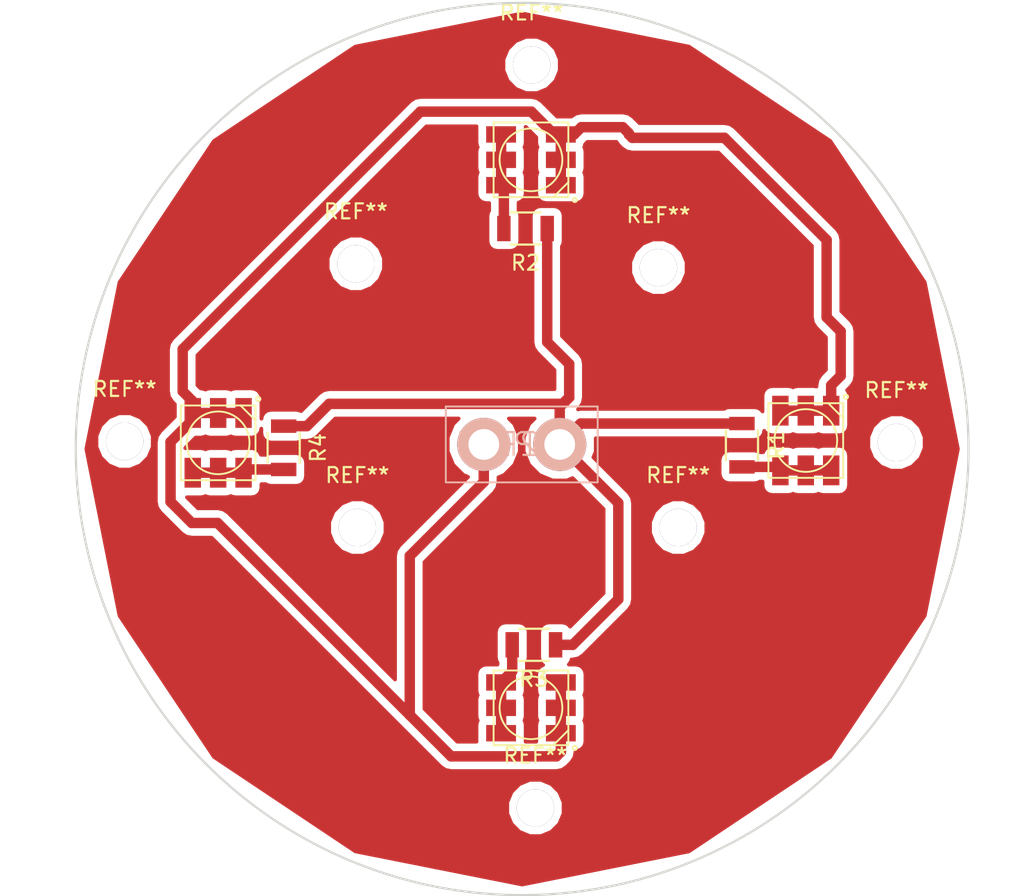
<source format=kicad_pcb>
(kicad_pcb (version 4) (host pcbnew "(2015-11-24 BZR 6329, Git e511afd)-product")

  (general
    (links 28)
    (no_connects 0)
    (area 167.028536 94.81588 235.835784 155.082528)
    (thickness 1.6)
    (drawings 1)
    (tracks 74)
    (zones 0)
    (modules 17)
    (nets 7)
  )

  (page A4)
  (layers
    (0 F.Cu signal)
    (31 B.Cu signal)
    (32 B.Adhes user)
    (33 F.Adhes user)
    (34 B.Paste user)
    (35 F.Paste user)
    (36 B.SilkS user)
    (37 F.SilkS user)
    (38 B.Mask user)
    (39 F.Mask user)
    (40 Dwgs.User user)
    (41 Cmts.User user)
    (42 Eco1.User user)
    (43 Eco2.User user)
    (44 Edge.Cuts user)
    (45 Margin user)
    (46 B.CrtYd user)
    (47 F.CrtYd user)
    (48 B.Fab user)
    (49 F.Fab user)
  )

  (setup
    (last_trace_width 0.25)
    (user_trace_width 0.3)
    (user_trace_width 0.5)
    (user_trace_width 0.7)
    (user_trace_width 0.9)
    (trace_clearance 0.2)
    (zone_clearance 0.508)
    (zone_45_only no)
    (trace_min 0.2)
    (segment_width 0.2)
    (edge_width 0.15)
    (via_size 0.6)
    (via_drill 0.4)
    (via_min_size 0.4)
    (via_min_drill 0.3)
    (user_via 1 0.6)
    (user_via 1.2 0.8)
    (uvia_size 0.3)
    (uvia_drill 0.1)
    (uvias_allowed no)
    (uvia_min_size 0.2)
    (uvia_min_drill 0.1)
    (pcb_text_width 0.3)
    (pcb_text_size 1.5 1.5)
    (mod_edge_width 0.15)
    (mod_text_size 1 1)
    (mod_text_width 0.15)
    (pad_size 1.524 1.524)
    (pad_drill 0.762)
    (pad_to_mask_clearance 0.2)
    (aux_axis_origin 0 0)
    (visible_elements FFFFEF7F)
    (pcbplotparams
      (layerselection 0x00080_00000000)
      (usegerberextensions false)
      (excludeedgelayer false)
      (linewidth 0.100000)
      (plotframeref false)
      (viasonmask false)
      (mode 1)
      (useauxorigin false)
      (hpglpennumber 1)
      (hpglpenspeed 20)
      (hpglpendiameter 15)
      (hpglpenoverlay 2)
      (psnegative true)
      (psa4output false)
      (plotreference true)
      (plotvalue true)
      (plotinvisibletext false)
      (padsonsilk false)
      (subtractmaskfromsilk false)
      (outputformat 4)
      (mirror false)
      (drillshape 2)
      (scaleselection 1)
      (outputdirectory ""))
  )

  (net 0 "")
  (net 1 GND)
  (net 2 +BATT)
  (net 3 "Net-(R1-Pad2)")
  (net 4 "Net-(R2-Pad2)")
  (net 5 "Net-(R3-Pad2)")
  (net 6 "Net-(R4-Pad2)")

  (net_class Default "This is the default net class."
    (clearance 0.2)
    (trace_width 0.25)
    (via_dia 0.6)
    (via_drill 0.4)
    (uvia_dia 0.3)
    (uvia_drill 0.1)
    (add_net +BATT)
    (add_net GND)
    (add_net "Net-(R1-Pad2)")
    (add_net "Net-(R2-Pad2)")
    (add_net "Net-(R3-Pad2)")
    (add_net "Net-(R4-Pad2)")
  )

  (module SparkFun:SparkFun-1X02_XTRA_BIG (layer B.Cu) (tedit 200000) (tstamp 5697104C)
    (at 202.0824 124.841)
    (path /56971DEE)
    (attr virtual)
    (fp_text reference JP1 (at 0 0) (layer B.SilkS)
      (effects (font (thickness 0.15)) (justify mirror))
    )
    (fp_text value M02PTH (at 0 0) (layer B.SilkS)
      (effects (font (thickness 0.15)) (justify mirror))
    )
    (fp_line (start -5.08 2.54) (end -5.08 -2.54) (layer B.SilkS) (width 0.127))
    (fp_line (start -5.08 -2.54) (end 5.08 -2.54) (layer B.SilkS) (width 0.127))
    (fp_line (start 5.08 -2.54) (end 5.08 2.54) (layer B.SilkS) (width 0.127))
    (fp_line (start 5.08 2.54) (end -5.08 2.54) (layer B.SilkS) (width 0.127))
    (pad 1 thru_hole circle (at -2.54 0) (size 3.556 3.556) (drill 2.0574) (layers *.Cu B.Paste B.SilkS B.Mask)
      (net 1 GND))
    (pad 2 thru_hole circle (at 2.54 0) (size 3.556 3.556) (drill 2.0574) (layers *.Cu B.Paste B.SilkS B.Mask)
      (net 2 +BATT))
  )

  (module adafruit2:RGBLED5050 (layer F.Cu) (tedit 0) (tstamp 5697106E)
    (at 221.08414 124.57938 90)
    (path /56970D59)
    (fp_text reference U1 (at 0.84074 -2.26314 90) (layer Eco1.User)
      (effects (font (size 1.27 1.27) (thickness 0.1016)))
    )
    (fp_text value RGBLED5050_RGBLED5050 (at 1.81102 4.73456 90) (layer Eco1.User)
      (effects (font (size 1.27 1.27) (thickness 0.1016)))
    )
    (fp_line (start -2.49936 -2.49936) (end 2.49936 -2.49936) (layer F.SilkS) (width 0.127))
    (fp_line (start 2.49936 -2.49936) (end 2.49936 1.4986) (layer F.SilkS) (width 0.127))
    (fp_line (start 2.49936 1.4986) (end 2.49936 2.49936) (layer F.SilkS) (width 0.127))
    (fp_line (start 2.49936 2.49936) (end 1.4986 2.49936) (layer F.SilkS) (width 0.127))
    (fp_line (start 1.4986 2.49936) (end -2.49936 2.49936) (layer F.SilkS) (width 0.127))
    (fp_line (start -2.49936 2.49936) (end -2.49936 -2.49936) (layer F.SilkS) (width 0.127))
    (fp_line (start 1.4986 2.49936) (end 2.49936 1.4986) (layer F.SilkS) (width 0.127))
    (fp_circle (center 2.9337 2.68732) (end 3.0734 2.68732) (layer F.SilkS) (width 0.127))
    (fp_circle (center 0 0) (end 2.09804 0) (layer F.SilkS) (width 0.127))
    (pad 1 smd rect (at -1.99898 -1.69926 90) (size 1.99898 1.09982) (layers F.Cu F.Paste F.Mask)
      (net 3 "Net-(R1-Pad2)"))
    (pad 2 smd rect (at -1.99898 0 90) (size 1.99898 1.09982) (layers F.Cu F.Paste F.Mask)
      (net 3 "Net-(R1-Pad2)"))
    (pad 3 smd rect (at -1.99898 1.69926 90) (size 1.99898 1.09982) (layers F.Cu F.Paste F.Mask)
      (net 3 "Net-(R1-Pad2)"))
    (pad 4 smd rect (at 1.99898 1.69926 90) (size 1.99898 1.09982) (layers F.Cu F.Paste F.Mask)
      (net 1 GND))
    (pad 5 smd rect (at 1.99898 0 90) (size 1.99898 1.09982) (layers F.Cu F.Paste F.Mask)
      (net 1 GND))
    (pad 6 smd rect (at 1.99898 -1.69926 90) (size 1.99898 1.09982) (layers F.Cu F.Paste F.Mask)
      (net 1 GND))
  )

  (module adafruit2:RGBLED5050 (layer F.Cu) (tedit 0) (tstamp 56971078)
    (at 202.69962 105.791)
    (path /56970EC7)
    (fp_text reference U2 (at 0.84074 -2.26314) (layer Eco1.User)
      (effects (font (size 1.27 1.27) (thickness 0.1016)))
    )
    (fp_text value RGBLED5050_RGBLED5050 (at 1.81102 4.73456) (layer Eco1.User)
      (effects (font (size 1.27 1.27) (thickness 0.1016)))
    )
    (fp_line (start -2.49936 -2.49936) (end 2.49936 -2.49936) (layer F.SilkS) (width 0.127))
    (fp_line (start 2.49936 -2.49936) (end 2.49936 1.4986) (layer F.SilkS) (width 0.127))
    (fp_line (start 2.49936 1.4986) (end 2.49936 2.49936) (layer F.SilkS) (width 0.127))
    (fp_line (start 2.49936 2.49936) (end 1.4986 2.49936) (layer F.SilkS) (width 0.127))
    (fp_line (start 1.4986 2.49936) (end -2.49936 2.49936) (layer F.SilkS) (width 0.127))
    (fp_line (start -2.49936 2.49936) (end -2.49936 -2.49936) (layer F.SilkS) (width 0.127))
    (fp_line (start 1.4986 2.49936) (end 2.49936 1.4986) (layer F.SilkS) (width 0.127))
    (fp_circle (center 2.9337 2.68732) (end 3.0734 2.68732) (layer F.SilkS) (width 0.127))
    (fp_circle (center 0 0) (end 2.09804 0) (layer F.SilkS) (width 0.127))
    (pad 1 smd rect (at -1.99898 -1.69926) (size 1.99898 1.09982) (layers F.Cu F.Paste F.Mask)
      (net 4 "Net-(R2-Pad2)"))
    (pad 2 smd rect (at -1.99898 0) (size 1.99898 1.09982) (layers F.Cu F.Paste F.Mask)
      (net 4 "Net-(R2-Pad2)"))
    (pad 3 smd rect (at -1.99898 1.69926) (size 1.99898 1.09982) (layers F.Cu F.Paste F.Mask)
      (net 4 "Net-(R2-Pad2)"))
    (pad 4 smd rect (at 1.99898 1.69926) (size 1.99898 1.09982) (layers F.Cu F.Paste F.Mask)
      (net 1 GND))
    (pad 5 smd rect (at 1.99898 0) (size 1.99898 1.09982) (layers F.Cu F.Paste F.Mask)
      (net 1 GND))
    (pad 6 smd rect (at 1.99898 -1.69926) (size 1.99898 1.09982) (layers F.Cu F.Paste F.Mask)
      (net 1 GND))
  )

  (module adafruit2:RGBLED5050 (layer F.Cu) (tedit 0) (tstamp 56971082)
    (at 202.69962 142.47114)
    (path /56971135)
    (fp_text reference U3 (at 0.84074 -2.26314) (layer Eco1.User)
      (effects (font (size 1.27 1.27) (thickness 0.1016)))
    )
    (fp_text value RGBLED5050_RGBLED5050 (at 1.81102 4.73456) (layer Eco1.User)
      (effects (font (size 1.27 1.27) (thickness 0.1016)))
    )
    (fp_line (start -2.49936 -2.49936) (end 2.49936 -2.49936) (layer F.SilkS) (width 0.127))
    (fp_line (start 2.49936 -2.49936) (end 2.49936 1.4986) (layer F.SilkS) (width 0.127))
    (fp_line (start 2.49936 1.4986) (end 2.49936 2.49936) (layer F.SilkS) (width 0.127))
    (fp_line (start 2.49936 2.49936) (end 1.4986 2.49936) (layer F.SilkS) (width 0.127))
    (fp_line (start 1.4986 2.49936) (end -2.49936 2.49936) (layer F.SilkS) (width 0.127))
    (fp_line (start -2.49936 2.49936) (end -2.49936 -2.49936) (layer F.SilkS) (width 0.127))
    (fp_line (start 1.4986 2.49936) (end 2.49936 1.4986) (layer F.SilkS) (width 0.127))
    (fp_circle (center 2.9337 2.68732) (end 3.0734 2.68732) (layer F.SilkS) (width 0.127))
    (fp_circle (center 0 0) (end 2.09804 0) (layer F.SilkS) (width 0.127))
    (pad 1 smd rect (at -1.99898 -1.69926) (size 1.99898 1.09982) (layers F.Cu F.Paste F.Mask)
      (net 5 "Net-(R3-Pad2)"))
    (pad 2 smd rect (at -1.99898 0) (size 1.99898 1.09982) (layers F.Cu F.Paste F.Mask)
      (net 5 "Net-(R3-Pad2)"))
    (pad 3 smd rect (at -1.99898 1.69926) (size 1.99898 1.09982) (layers F.Cu F.Paste F.Mask)
      (net 5 "Net-(R3-Pad2)"))
    (pad 4 smd rect (at 1.99898 1.69926) (size 1.99898 1.09982) (layers F.Cu F.Paste F.Mask)
      (net 1 GND))
    (pad 5 smd rect (at 1.99898 0) (size 1.99898 1.09982) (layers F.Cu F.Paste F.Mask)
      (net 1 GND))
    (pad 6 smd rect (at 1.99898 -1.69926) (size 1.99898 1.09982) (layers F.Cu F.Paste F.Mask)
      (net 1 GND))
  )

  (module adafruit2:RGBLED5050 (layer F.Cu) (tedit 0) (tstamp 5697108C)
    (at 181.772716 124.734088 90)
    (path /569717B9)
    (fp_text reference U4 (at 0.84074 -2.26314 90) (layer Eco1.User)
      (effects (font (size 1.27 1.27) (thickness 0.1016)))
    )
    (fp_text value RGBLED5050_RGBLED5050 (at 1.81102 4.73456 90) (layer Eco1.User)
      (effects (font (size 1.27 1.27) (thickness 0.1016)))
    )
    (fp_line (start -2.49936 -2.49936) (end 2.49936 -2.49936) (layer F.SilkS) (width 0.127))
    (fp_line (start 2.49936 -2.49936) (end 2.49936 1.4986) (layer F.SilkS) (width 0.127))
    (fp_line (start 2.49936 1.4986) (end 2.49936 2.49936) (layer F.SilkS) (width 0.127))
    (fp_line (start 2.49936 2.49936) (end 1.4986 2.49936) (layer F.SilkS) (width 0.127))
    (fp_line (start 1.4986 2.49936) (end -2.49936 2.49936) (layer F.SilkS) (width 0.127))
    (fp_line (start -2.49936 2.49936) (end -2.49936 -2.49936) (layer F.SilkS) (width 0.127))
    (fp_line (start 1.4986 2.49936) (end 2.49936 1.4986) (layer F.SilkS) (width 0.127))
    (fp_circle (center 2.9337 2.68732) (end 3.0734 2.68732) (layer F.SilkS) (width 0.127))
    (fp_circle (center 0 0) (end 2.09804 0) (layer F.SilkS) (width 0.127))
    (pad 1 smd rect (at -1.99898 -1.69926 90) (size 1.99898 1.09982) (layers F.Cu F.Paste F.Mask)
      (net 6 "Net-(R4-Pad2)"))
    (pad 2 smd rect (at -1.99898 0 90) (size 1.99898 1.09982) (layers F.Cu F.Paste F.Mask)
      (net 6 "Net-(R4-Pad2)"))
    (pad 3 smd rect (at -1.99898 1.69926 90) (size 1.99898 1.09982) (layers F.Cu F.Paste F.Mask)
      (net 6 "Net-(R4-Pad2)"))
    (pad 4 smd rect (at 1.99898 1.69926 90) (size 1.99898 1.09982) (layers F.Cu F.Paste F.Mask)
      (net 1 GND))
    (pad 5 smd rect (at 1.99898 0 90) (size 1.99898 1.09982) (layers F.Cu F.Paste F.Mask)
      (net 1 GND))
    (pad 6 smd rect (at 1.99898 -1.69926 90) (size 1.99898 1.09982) (layers F.Cu F.Paste F.Mask)
      (net 1 GND))
  )

  (module Mounting_Holes:MountingHole_2-5mm (layer F.Cu) (tedit 0) (tstamp 569712E4)
    (at 211.2264 113.0046)
    (descr "Mounting hole, Befestigungsbohrung, 2,5mm, No Annular, Kein Restring,")
    (tags "Mounting hole, Befestigungsbohrung, 2,5mm, No Annular, Kein Restring,")
    (fp_text reference REF** (at 0 -3.50012) (layer F.SilkS)
      (effects (font (size 1 1) (thickness 0.15)))
    )
    (fp_text value MountingHole_2-5mm (at 0.09906 3.59918) (layer F.Fab)
      (effects (font (size 1 1) (thickness 0.15)))
    )
    (fp_circle (center 0 0) (end 2.5 0) (layer Cmts.User) (width 0.381))
    (pad 1 thru_hole circle (at 0 0) (size 2.5 2.5) (drill 2.5) (layers))
  )

  (module Mounting_Holes:MountingHole_2-5mm (layer F.Cu) (tedit 0) (tstamp 569712EA)
    (at 212.5472 130.4036)
    (descr "Mounting hole, Befestigungsbohrung, 2,5mm, No Annular, Kein Restring,")
    (tags "Mounting hole, Befestigungsbohrung, 2,5mm, No Annular, Kein Restring,")
    (fp_text reference REF** (at 0 -3.50012) (layer F.SilkS)
      (effects (font (size 1 1) (thickness 0.15)))
    )
    (fp_text value MountingHole_2-5mm (at 0.09906 3.59918) (layer F.Fab)
      (effects (font (size 1 1) (thickness 0.15)))
    )
    (fp_circle (center 0 0) (end 2.5 0) (layer Cmts.User) (width 0.381))
    (pad 1 thru_hole circle (at 0 0) (size 2.5 2.5) (drill 2.5) (layers))
  )

  (module Mounting_Holes:MountingHole_2-5mm (layer F.Cu) (tedit 0) (tstamp 569712F0)
    (at 191.0842 130.4036)
    (descr "Mounting hole, Befestigungsbohrung, 2,5mm, No Annular, Kein Restring,")
    (tags "Mounting hole, Befestigungsbohrung, 2,5mm, No Annular, Kein Restring,")
    (fp_text reference REF** (at 0 -3.50012) (layer F.SilkS)
      (effects (font (size 1 1) (thickness 0.15)))
    )
    (fp_text value MountingHole_2-5mm (at 0.09906 3.59918) (layer F.Fab)
      (effects (font (size 1 1) (thickness 0.15)))
    )
    (fp_circle (center 0 0) (end 2.5 0) (layer Cmts.User) (width 0.381))
    (pad 1 thru_hole circle (at 0 0) (size 2.5 2.5) (drill 2.5) (layers))
  )

  (module Mounting_Holes:MountingHole_2-5mm (layer F.Cu) (tedit 0) (tstamp 569712F6)
    (at 190.9826 112.7506)
    (descr "Mounting hole, Befestigungsbohrung, 2,5mm, No Annular, Kein Restring,")
    (tags "Mounting hole, Befestigungsbohrung, 2,5mm, No Annular, Kein Restring,")
    (fp_text reference REF** (at 0 -3.50012) (layer F.SilkS)
      (effects (font (size 1 1) (thickness 0.15)))
    )
    (fp_text value MountingHole_2-5mm (at 0.09906 3.59918) (layer F.Fab)
      (effects (font (size 1 1) (thickness 0.15)))
    )
    (fp_circle (center 0 0) (end 2.5 0) (layer Cmts.User) (width 0.381))
    (pad 1 thru_hole circle (at 0 0) (size 2.5 2.5) (drill 2.5) (layers))
  )

  (module Mounting_Holes:MountingHole_2-5mm (layer F.Cu) (tedit 0) (tstamp 56971351)
    (at 227.1522 124.714)
    (descr "Mounting hole, Befestigungsbohrung, 2,5mm, No Annular, Kein Restring,")
    (tags "Mounting hole, Befestigungsbohrung, 2,5mm, No Annular, Kein Restring,")
    (fp_text reference REF** (at 0 -3.50012) (layer F.SilkS)
      (effects (font (size 1 1) (thickness 0.15)))
    )
    (fp_text value MountingHole_2-5mm (at 0.09906 3.59918) (layer F.Fab)
      (effects (font (size 1 1) (thickness 0.15)))
    )
    (fp_circle (center 0 0) (end 2.5 0) (layer Cmts.User) (width 0.381))
    (pad 1 thru_hole circle (at 0 0) (size 2.5 2.5) (drill 2.5) (layers))
  )

  (module Mounting_Holes:MountingHole_2-5mm (layer F.Cu) (tedit 0) (tstamp 56971357)
    (at 175.514 124.6378)
    (descr "Mounting hole, Befestigungsbohrung, 2,5mm, No Annular, Kein Restring,")
    (tags "Mounting hole, Befestigungsbohrung, 2,5mm, No Annular, Kein Restring,")
    (fp_text reference REF** (at 0 -3.50012) (layer F.SilkS)
      (effects (font (size 1 1) (thickness 0.15)))
    )
    (fp_text value MountingHole_2-5mm (at 0.09906 3.59918) (layer F.Fab)
      (effects (font (size 1 1) (thickness 0.15)))
    )
    (fp_circle (center 0 0) (end 2.5 0) (layer Cmts.User) (width 0.381))
    (pad 1 thru_hole circle (at 0 0) (size 2.5 2.5) (drill 2.5) (layers))
  )

  (module Mounting_Holes:MountingHole_2-5mm (layer F.Cu) (tedit 0) (tstamp 5697135D)
    (at 202.7428 99.441)
    (descr "Mounting hole, Befestigungsbohrung, 2,5mm, No Annular, Kein Restring,")
    (tags "Mounting hole, Befestigungsbohrung, 2,5mm, No Annular, Kein Restring,")
    (fp_text reference REF** (at 0 -3.50012) (layer F.SilkS)
      (effects (font (size 1 1) (thickness 0.15)))
    )
    (fp_text value MountingHole_2-5mm (at 0.09906 3.59918) (layer F.Fab)
      (effects (font (size 1 1) (thickness 0.15)))
    )
    (fp_circle (center 0 0) (end 2.5 0) (layer Cmts.User) (width 0.381))
    (pad 1 thru_hole circle (at 0 0) (size 2.5 2.5) (drill 2.5) (layers))
  )

  (module Mounting_Holes:MountingHole_2-5mm (layer F.Cu) (tedit 0) (tstamp 56971363)
    (at 202.9968 149.1742)
    (descr "Mounting hole, Befestigungsbohrung, 2,5mm, No Annular, Kein Restring,")
    (tags "Mounting hole, Befestigungsbohrung, 2,5mm, No Annular, Kein Restring,")
    (fp_text reference REF** (at 0 -3.50012) (layer F.SilkS)
      (effects (font (size 1 1) (thickness 0.15)))
    )
    (fp_text value MountingHole_2-5mm (at 0.09906 3.59918) (layer F.Fab)
      (effects (font (size 1 1) (thickness 0.15)))
    )
    (fp_circle (center 0 0) (end 2.5 0) (layer Cmts.User) (width 0.381))
    (pad 1 thru_hole circle (at 0 0) (size 2.5 2.5) (drill 2.5) (layers))
  )

  (module Resistors_SMD:R_1206 (layer F.Cu) (tedit 5415CFA7) (tstamp 56971052)
    (at 216.8144 124.894 270)
    (descr "Resistor SMD 1206, reflow soldering, Vishay (see dcrcw.pdf)")
    (tags "resistor 1206")
    (path /56970DB0)
    (attr smd)
    (fp_text reference R1 (at 0 -2.3 270) (layer F.SilkS)
      (effects (font (size 1 1) (thickness 0.15)))
    )
    (fp_text value 150 (at 0 2.3 270) (layer F.Fab)
      (effects (font (size 1 1) (thickness 0.15)))
    )
    (fp_line (start -2.2 -1.2) (end 2.2 -1.2) (layer F.CrtYd) (width 0.05))
    (fp_line (start -2.2 1.2) (end 2.2 1.2) (layer F.CrtYd) (width 0.05))
    (fp_line (start -2.2 -1.2) (end -2.2 1.2) (layer F.CrtYd) (width 0.05))
    (fp_line (start 2.2 -1.2) (end 2.2 1.2) (layer F.CrtYd) (width 0.05))
    (fp_line (start 1 1.075) (end -1 1.075) (layer F.SilkS) (width 0.15))
    (fp_line (start -1 -1.075) (end 1 -1.075) (layer F.SilkS) (width 0.15))
    (pad 1 smd rect (at -1.45 0 270) (size 0.9 1.7) (layers F.Cu F.Paste F.Mask)
      (net 2 +BATT))
    (pad 2 smd rect (at 1.45 0 270) (size 0.9 1.7) (layers F.Cu F.Paste F.Mask)
      (net 3 "Net-(R1-Pad2)"))
    (model Resistors_SMD.3dshapes/R_1206.wrl
      (at (xyz 0 0 0))
      (scale (xyz 1 1 1))
      (rotate (xyz 0 0 0))
    )
  )

  (module Resistors_SMD:R_1206 (layer F.Cu) (tedit 5415CFA7) (tstamp 56971058)
    (at 202.3364 110.3884 180)
    (descr "Resistor SMD 1206, reflow soldering, Vishay (see dcrcw.pdf)")
    (tags "resistor 1206")
    (path /56970FAF)
    (attr smd)
    (fp_text reference R2 (at 0 -2.3 180) (layer F.SilkS)
      (effects (font (size 1 1) (thickness 0.15)))
    )
    (fp_text value 150 (at 0 2.3 180) (layer F.Fab)
      (effects (font (size 1 1) (thickness 0.15)))
    )
    (fp_line (start -2.2 -1.2) (end 2.2 -1.2) (layer F.CrtYd) (width 0.05))
    (fp_line (start -2.2 1.2) (end 2.2 1.2) (layer F.CrtYd) (width 0.05))
    (fp_line (start -2.2 -1.2) (end -2.2 1.2) (layer F.CrtYd) (width 0.05))
    (fp_line (start 2.2 -1.2) (end 2.2 1.2) (layer F.CrtYd) (width 0.05))
    (fp_line (start 1 1.075) (end -1 1.075) (layer F.SilkS) (width 0.15))
    (fp_line (start -1 -1.075) (end 1 -1.075) (layer F.SilkS) (width 0.15))
    (pad 1 smd rect (at -1.45 0 180) (size 0.9 1.7) (layers F.Cu F.Paste F.Mask)
      (net 2 +BATT))
    (pad 2 smd rect (at 1.45 0 180) (size 0.9 1.7) (layers F.Cu F.Paste F.Mask)
      (net 4 "Net-(R2-Pad2)"))
    (model Resistors_SMD.3dshapes/R_1206.wrl
      (at (xyz 0 0 0))
      (scale (xyz 1 1 1))
      (rotate (xyz 0 0 0))
    )
  )

  (module Resistors_SMD:R_1206 (layer F.Cu) (tedit 5415CFA7) (tstamp 5697105E)
    (at 202.8952 138.2522 180)
    (descr "Resistor SMD 1206, reflow soldering, Vishay (see dcrcw.pdf)")
    (tags "resistor 1206")
    (path /5697121A)
    (attr smd)
    (fp_text reference R3 (at 0 -2.3 180) (layer F.SilkS)
      (effects (font (size 1 1) (thickness 0.15)))
    )
    (fp_text value 150 (at 0 2.3 180) (layer F.Fab)
      (effects (font (size 1 1) (thickness 0.15)))
    )
    (fp_line (start -2.2 -1.2) (end 2.2 -1.2) (layer F.CrtYd) (width 0.05))
    (fp_line (start -2.2 1.2) (end 2.2 1.2) (layer F.CrtYd) (width 0.05))
    (fp_line (start -2.2 -1.2) (end -2.2 1.2) (layer F.CrtYd) (width 0.05))
    (fp_line (start 2.2 -1.2) (end 2.2 1.2) (layer F.CrtYd) (width 0.05))
    (fp_line (start 1 1.075) (end -1 1.075) (layer F.SilkS) (width 0.15))
    (fp_line (start -1 -1.075) (end 1 -1.075) (layer F.SilkS) (width 0.15))
    (pad 1 smd rect (at -1.45 0 180) (size 0.9 1.7) (layers F.Cu F.Paste F.Mask)
      (net 2 +BATT))
    (pad 2 smd rect (at 1.45 0 180) (size 0.9 1.7) (layers F.Cu F.Paste F.Mask)
      (net 5 "Net-(R3-Pad2)"))
    (model Resistors_SMD.3dshapes/R_1206.wrl
      (at (xyz 0 0 0))
      (scale (xyz 1 1 1))
      (rotate (xyz 0 0 0))
    )
  )

  (module Resistors_SMD:R_1206 (layer F.Cu) (tedit 5415CFA7) (tstamp 56971064)
    (at 186.1566 125.0674 270)
    (descr "Resistor SMD 1206, reflow soldering, Vishay (see dcrcw.pdf)")
    (tags "resistor 1206")
    (path /5697197C)
    (attr smd)
    (fp_text reference R4 (at 0 -2.3 270) (layer F.SilkS)
      (effects (font (size 1 1) (thickness 0.15)))
    )
    (fp_text value 150 (at 0 2.3 270) (layer F.Fab)
      (effects (font (size 1 1) (thickness 0.15)))
    )
    (fp_line (start -2.2 -1.2) (end 2.2 -1.2) (layer F.CrtYd) (width 0.05))
    (fp_line (start -2.2 1.2) (end 2.2 1.2) (layer F.CrtYd) (width 0.05))
    (fp_line (start -2.2 -1.2) (end -2.2 1.2) (layer F.CrtYd) (width 0.05))
    (fp_line (start 2.2 -1.2) (end 2.2 1.2) (layer F.CrtYd) (width 0.05))
    (fp_line (start 1 1.075) (end -1 1.075) (layer F.SilkS) (width 0.15))
    (fp_line (start -1 -1.075) (end 1 -1.075) (layer F.SilkS) (width 0.15))
    (pad 1 smd rect (at -1.45 0 270) (size 0.9 1.7) (layers F.Cu F.Paste F.Mask)
      (net 2 +BATT))
    (pad 2 smd rect (at 1.45 0 270) (size 0.9 1.7) (layers F.Cu F.Paste F.Mask)
      (net 6 "Net-(R4-Pad2)"))
    (model Resistors_SMD.3dshapes/R_1206.wrl
      (at (xyz 0 0 0))
      (scale (xyz 1 1 1))
      (rotate (xyz 0 0 0))
    )
  )

  (gr_circle (center 202.1078 125.1458) (end 207.264 95.7326) (layer Edge.Cuts) (width 0.15))

  (segment (start 197.358 145.7198) (end 194.5894 142.9512) (width 0.7) (layer F.Cu) (net 1))
  (segment (start 194.5894 142.9512) (end 181.737 130.0988) (width 0.7) (layer F.Cu) (net 1))
  (segment (start 199.5424 124.841) (end 199.5424 127.355471) (width 0.7) (layer F.Cu) (net 1))
  (segment (start 199.5424 127.355471) (end 194.5894 132.308471) (width 0.7) (layer F.Cu) (net 1))
  (segment (start 194.5894 132.308471) (end 194.5894 142.9512) (width 0.7) (layer F.Cu) (net 1))
  (segment (start 178.5874 128.6764) (end 178.5874 124.670744) (width 0.7) (layer F.Cu) (net 1))
  (segment (start 178.5874 124.670744) (end 180.073456 123.184688) (width 0.7) (layer F.Cu) (net 1))
  (segment (start 180.073456 123.184688) (end 180.073456 122.735108) (width 0.7) (layer F.Cu) (net 1))
  (segment (start 180.0098 130.0988) (end 178.5874 128.6764) (width 0.7) (layer F.Cu) (net 1))
  (segment (start 181.737 130.0988) (end 180.0098 130.0988) (width 0.7) (layer F.Cu) (net 1))
  (segment (start 204.39911 145.7198) (end 197.358 145.7198) (width 0.7) (layer F.Cu) (net 1))
  (segment (start 204.6986 144.1704) (end 204.6986 145.42031) (width 0.7) (layer F.Cu) (net 1))
  (segment (start 204.6986 145.42031) (end 204.39911 145.7198) (width 0.7) (layer F.Cu) (net 1))
  (segment (start 202.72248 102.5652) (end 195.3006 102.5652) (width 0.7) (layer F.Cu) (net 1))
  (segment (start 195.3006 102.5652) (end 179.4002 118.4656) (width 0.7) (layer F.Cu) (net 1))
  (segment (start 204.6986 104.09174) (end 204.24902 104.09174) (width 0.7) (layer F.Cu) (net 1))
  (segment (start 204.24902 104.09174) (end 202.72248 102.5652) (width 0.7) (layer F.Cu) (net 1))
  (segment (start 206.0702 103.6066) (end 205.58506 104.09174) (width 0.7) (layer F.Cu) (net 1))
  (segment (start 205.58506 104.09174) (end 204.6986 104.09174) (width 0.7) (layer F.Cu) (net 1))
  (segment (start 208.8388 103.6066) (end 206.0702 103.6066) (width 0.7) (layer F.Cu) (net 1))
  (segment (start 209.24774 104.01554) (end 208.8388 103.6066) (width 0.7) (layer F.Cu) (net 1))
  (segment (start 209.4738 104.3178) (end 209.24774 104.09174) (width 0.7) (layer F.Cu) (net 1))
  (segment (start 209.24774 104.09174) (end 209.24774 104.01554) (width 0.7) (layer F.Cu) (net 1))
  (segment (start 215.646 104.3178) (end 209.4738 104.3178) (width 0.7) (layer F.Cu) (net 1))
  (segment (start 222.4786 111.1504) (end 215.646 104.3178) (width 0.7) (layer F.Cu) (net 1))
  (segment (start 222.4786 116.332) (end 222.4786 111.1504) (width 0.7) (layer F.Cu) (net 1))
  (segment (start 223.4184 117.2718) (end 222.4786 116.332) (width 0.7) (layer F.Cu) (net 1))
  (segment (start 223.4184 120.24591) (end 223.4184 117.2718) (width 0.7) (layer F.Cu) (net 1))
  (segment (start 222.7834 122.5804) (end 222.7834 120.88091) (width 0.7) (layer F.Cu) (net 1))
  (segment (start 222.7834 120.88091) (end 223.4184 120.24591) (width 0.7) (layer F.Cu) (net 1))
  (segment (start 179.4002 118.4656) (end 179.4002 121.285) (width 0.7) (layer F.Cu) (net 1))
  (segment (start 179.4002 121.285) (end 180.073456 121.958256) (width 0.7) (layer F.Cu) (net 1))
  (segment (start 180.073456 121.958256) (end 180.073456 122.735108) (width 0.7) (layer F.Cu) (net 1))
  (segment (start 204.6986 144.1704) (end 204.6986 142.47114) (width 0.7) (layer F.Cu) (net 1))
  (segment (start 204.6986 140.77188) (end 204.6986 142.47114) (width 0.7) (layer F.Cu) (net 1))
  (segment (start 222.7834 122.5804) (end 221.08414 122.5804) (width 0.7) (layer F.Cu) (net 1))
  (segment (start 219.38488 122.5804) (end 221.08414 122.5804) (width 0.7) (layer F.Cu) (net 1))
  (segment (start 204.6986 105.791) (end 204.6986 104.09174) (width 0.7) (layer F.Cu) (net 1))
  (segment (start 204.6986 107.49026) (end 204.6986 105.791) (width 0.7) (layer F.Cu) (net 1))
  (segment (start 180.073456 122.735108) (end 181.772716 122.735108) (width 0.7) (layer F.Cu) (net 1))
  (segment (start 183.471976 122.735108) (end 181.772716 122.735108) (width 0.7) (layer F.Cu) (net 1))
  (segment (start 189.2008 122.1232) (end 204.825729 122.1232) (width 0.7) (layer F.Cu) (net 2))
  (segment (start 204.825729 122.1232) (end 205.2574 121.691529) (width 0.7) (layer F.Cu) (net 2))
  (segment (start 186.1566 123.6174) (end 187.7066 123.6174) (width 0.7) (layer F.Cu) (net 2))
  (segment (start 187.7066 123.6174) (end 189.2008 122.1232) (width 0.7) (layer F.Cu) (net 2))
  (segment (start 216.8144 123.444) (end 206.0194 123.444) (width 0.7) (layer F.Cu) (net 2))
  (segment (start 206.0194 123.444) (end 204.6224 124.841) (width 0.7) (layer F.Cu) (net 2))
  (segment (start 204.3452 138.2522) (end 205.4952 138.2522) (width 0.7) (layer F.Cu) (net 2))
  (segment (start 205.4952 138.2522) (end 208.542889 135.204511) (width 0.7) (layer F.Cu) (net 2))
  (segment (start 208.542889 135.204511) (end 208.542889 128.761489) (width 0.7) (layer F.Cu) (net 2))
  (segment (start 205.2574 119.458508) (end 203.7864 117.987508) (width 0.7) (layer F.Cu) (net 2))
  (segment (start 203.7864 117.987508) (end 203.7864 110.3884) (width 0.7) (layer F.Cu) (net 2))
  (segment (start 208.542889 128.761489) (end 206.400399 126.618999) (width 0.7) (layer F.Cu) (net 2))
  (segment (start 206.400399 126.618999) (end 204.6224 124.841) (width 0.7) (layer F.Cu) (net 2))
  (segment (start 204.6224 124.841) (end 204.6224 122.326529) (width 0.7) (layer F.Cu) (net 2))
  (segment (start 204.6224 122.326529) (end 205.2574 121.691529) (width 0.7) (layer F.Cu) (net 2))
  (segment (start 205.2574 121.691529) (end 205.2574 119.458508) (width 0.7) (layer F.Cu) (net 2))
  (segment (start 216.8144 126.344) (end 219.15052 126.344) (width 0.7) (layer F.Cu) (net 3))
  (segment (start 219.15052 126.344) (end 219.38488 126.57836) (width 0.7) (layer F.Cu) (net 3))
  (segment (start 221.08414 126.57836) (end 219.38488 126.57836) (width 0.7) (layer F.Cu) (net 3))
  (segment (start 222.7834 126.57836) (end 221.08414 126.57836) (width 0.7) (layer F.Cu) (net 3))
  (segment (start 200.8864 110.3884) (end 200.8864 107.67602) (width 0.7) (layer F.Cu) (net 4))
  (segment (start 200.8864 107.67602) (end 200.70064 107.49026) (width 0.7) (layer F.Cu) (net 4))
  (segment (start 200.70064 105.791) (end 200.70064 107.49026) (width 0.7) (layer F.Cu) (net 4))
  (segment (start 200.70064 104.09174) (end 200.70064 105.791) (width 0.7) (layer F.Cu) (net 4))
  (segment (start 201.4452 138.2522) (end 201.4452 140.02732) (width 0.7) (layer F.Cu) (net 5))
  (segment (start 201.4452 140.02732) (end 200.70064 140.77188) (width 0.7) (layer F.Cu) (net 5))
  (segment (start 200.70064 142.47114) (end 200.70064 140.77188) (width 0.7) (layer F.Cu) (net 5))
  (segment (start 200.70064 144.1704) (end 200.70064 142.47114) (width 0.7) (layer F.Cu) (net 5))
  (segment (start 186.1566 126.5174) (end 183.687644 126.5174) (width 0.7) (layer F.Cu) (net 6))
  (segment (start 183.687644 126.5174) (end 183.471976 126.733068) (width 0.7) (layer F.Cu) (net 6))
  (segment (start 181.820976 126.781328) (end 181.772716 126.733068) (width 0.7) (layer F.Cu) (net 6))
  (segment (start 181.772716 126.733068) (end 180.073456 126.733068) (width 0.7) (layer F.Cu) (net 6))
  (segment (start 183.471976 126.733068) (end 181.772716 126.733068) (width 0.7) (layer F.Cu) (net 6))

  (zone (net 0) (net_name "") (layer F.Cu) (tstamp 0) (hatch edge 0.508)
    (connect_pads (clearance 0.508))
    (min_thickness 0.254)
    (fill yes (arc_segments 16) (thermal_gap 0.508) (thermal_bridge_width 0.508))
    (polygon
      (pts
        (xy 201.8792 95.4786) (xy 209.55 96.3676) (xy 215.1888 98.5012) (xy 219.9132 101.3714) (xy 224.6376 105.7148)
        (xy 227.8634 110.3376) (xy 230.0478 115.0112) (xy 231.394 119.9896) (xy 231.8004 126.0856) (xy 230.378 134.0612)
        (xy 226.7204 141.7828) (xy 221.3864 147.7518) (xy 211.709 153.2636) (xy 203.3524 154.8892) (xy 196.4944 154.305)
        (xy 190.3222 152.3746) (xy 183.4388 148.3106) (xy 178.6128 143.3322) (xy 175.1838 137.7188) (xy 172.8216 130.6576)
        (xy 172.339 125.1712) (xy 174.244 114.7064) (xy 177.0634 109.2962) (xy 181.5846 103.5558) (xy 188.6966 98.6028)
        (xy 195.2244 96.2152)
      )
    )
    (filled_polygon
      (pts
        (xy 213.263683 98.213116) (xy 222.721184 104.532416) (xy 229.040484 113.989917) (xy 231.259527 125.1458) (xy 229.040484 136.301683)
        (xy 222.721184 145.759184) (xy 213.263683 152.078484) (xy 202.1078 154.297527) (xy 190.951917 152.078484) (xy 187.16404 149.547505)
        (xy 201.111474 149.547505) (xy 201.397843 150.240572) (xy 201.927639 150.771293) (xy 202.620205 151.058872) (xy 203.370105 151.059526)
        (xy 204.063172 150.773157) (xy 204.593893 150.243361) (xy 204.881472 149.550795) (xy 204.882126 148.800895) (xy 204.595757 148.107828)
        (xy 204.065961 147.577107) (xy 203.373395 147.289528) (xy 202.623495 147.288874) (xy 201.930428 147.575243) (xy 201.399707 148.105039)
        (xy 201.112128 148.797605) (xy 201.111474 149.547505) (xy 187.16404 149.547505) (xy 181.494416 145.759184) (xy 175.175116 136.301683)
        (xy 172.956073 125.1458) (xy 172.982865 125.011105) (xy 173.628674 125.011105) (xy 173.915043 125.704172) (xy 174.444839 126.234893)
        (xy 175.137405 126.522472) (xy 175.887305 126.523126) (xy 176.580372 126.236757) (xy 177.111093 125.706961) (xy 177.398672 125.014395)
        (xy 177.398971 124.670744) (xy 177.6024 124.670744) (xy 177.6024 128.6764) (xy 177.677379 129.053343) (xy 177.8909 129.3729)
        (xy 179.3133 130.7953) (xy 179.632857 131.008821) (xy 180.0098 131.0838) (xy 181.329 131.0838) (xy 196.6615 146.4163)
        (xy 196.981057 146.629821) (xy 197.358 146.7048) (xy 204.39911 146.7048) (xy 204.776053 146.629821) (xy 205.09561 146.4163)
        (xy 205.3951 146.11681) (xy 205.608621 145.797253) (xy 205.6836 145.42031) (xy 205.6836 145.36775) (xy 205.69809 145.36775)
        (xy 205.933407 145.323472) (xy 206.149531 145.1844) (xy 206.294521 144.9722) (xy 206.34553 144.72031) (xy 206.34553 143.62049)
        (xy 206.301252 143.385173) (xy 206.260795 143.3223) (xy 206.294521 143.27294) (xy 206.34553 143.02105) (xy 206.34553 141.92123)
        (xy 206.301252 141.685913) (xy 206.260795 141.62304) (xy 206.294521 141.57368) (xy 206.34553 141.32179) (xy 206.34553 140.22197)
        (xy 206.301252 139.986653) (xy 206.16218 139.770529) (xy 205.94998 139.625539) (xy 205.69809 139.57453) (xy 205.233836 139.57453)
        (xy 205.246641 139.56629) (xy 205.391631 139.35409) (xy 205.415302 139.2372) (xy 205.4952 139.2372) (xy 205.872143 139.162221)
        (xy 206.1917 138.9487) (xy 209.239389 135.901011) (xy 209.45291 135.581454) (xy 209.527889 135.204511) (xy 209.527889 130.776905)
        (xy 210.661874 130.776905) (xy 210.948243 131.469972) (xy 211.478039 132.000693) (xy 212.170605 132.288272) (xy 212.920505 132.288926)
        (xy 213.613572 132.002557) (xy 214.144293 131.472761) (xy 214.431872 130.780195) (xy 214.432526 130.030295) (xy 214.146157 129.337228)
        (xy 213.616361 128.806507) (xy 212.923795 128.518928) (xy 212.173895 128.518274) (xy 211.480828 128.804643) (xy 210.950107 129.334439)
        (xy 210.662528 130.027005) (xy 210.661874 130.776905) (xy 209.527889 130.776905) (xy 209.527889 128.761489) (xy 209.45291 128.384546)
        (xy 209.239389 128.064989) (xy 207.0684 125.894) (xy 215.31696 125.894) (xy 215.31696 126.794) (xy 215.361238 127.029317)
        (xy 215.50031 127.245441) (xy 215.71251 127.390431) (xy 215.9644 127.44144) (xy 217.6644 127.44144) (xy 217.899717 127.397162)
        (xy 218.005644 127.329) (xy 218.18753 127.329) (xy 218.18753 127.57785) (xy 218.231808 127.813167) (xy 218.37088 128.029291)
        (xy 218.58308 128.174281) (xy 218.83497 128.22529) (xy 219.93479 128.22529) (xy 220.170107 128.181012) (xy 220.23298 128.140555)
        (xy 220.28234 128.174281) (xy 220.53423 128.22529) (xy 221.63405 128.22529) (xy 221.869367 128.181012) (xy 221.93224 128.140555)
        (xy 221.9816 128.174281) (xy 222.23349 128.22529) (xy 223.33331 128.22529) (xy 223.568627 128.181012) (xy 223.784751 128.04194)
        (xy 223.929741 127.82974) (xy 223.98075 127.57785) (xy 223.98075 125.57887) (xy 223.936472 125.343553) (xy 223.7974 125.127429)
        (xy 223.738677 125.087305) (xy 225.266874 125.087305) (xy 225.553243 125.780372) (xy 226.083039 126.311093) (xy 226.775605 126.598672)
        (xy 227.525505 126.599326) (xy 228.218572 126.312957) (xy 228.749293 125.783161) (xy 229.036872 125.090595) (xy 229.037526 124.340695)
        (xy 228.751157 123.647628) (xy 228.221361 123.116907) (xy 227.528795 122.829328) (xy 226.778895 122.828674) (xy 226.085828 123.115043)
        (xy 225.555107 123.644839) (xy 225.267528 124.337405) (xy 225.266874 125.087305) (xy 223.738677 125.087305) (xy 223.5852 124.982439)
        (xy 223.33331 124.93143) (xy 222.23349 124.93143) (xy 221.998173 124.975708) (xy 221.9353 125.016165) (xy 221.88594 124.982439)
        (xy 221.63405 124.93143) (xy 220.53423 124.93143) (xy 220.298913 124.975708) (xy 220.23604 125.016165) (xy 220.18668 124.982439)
        (xy 219.93479 124.93143) (xy 218.83497 124.93143) (xy 218.599653 124.975708) (xy 218.383529 125.11478) (xy 218.238539 125.32698)
        (xy 218.232055 125.359) (xy 218.006197 125.359) (xy 217.91629 125.297569) (xy 217.6644 125.24656) (xy 215.9644 125.24656)
        (xy 215.729083 125.290838) (xy 215.512959 125.42991) (xy 215.367969 125.64211) (xy 215.31696 125.894) (xy 207.0684 125.894)
        (xy 206.877276 125.702876) (xy 207.03498 125.323081) (xy 207.03576 124.429) (xy 215.622603 124.429) (xy 215.71251 124.490431)
        (xy 215.9644 124.54144) (xy 217.6644 124.54144) (xy 217.899717 124.497162) (xy 218.115841 124.35809) (xy 218.260831 124.14589)
        (xy 218.304819 123.92867) (xy 218.37088 124.031331) (xy 218.58308 124.176321) (xy 218.83497 124.22733) (xy 219.93479 124.22733)
        (xy 220.170107 124.183052) (xy 220.23298 124.142595) (xy 220.28234 124.176321) (xy 220.53423 124.22733) (xy 221.63405 124.22733)
        (xy 221.869367 124.183052) (xy 221.93224 124.142595) (xy 221.9816 124.176321) (xy 222.23349 124.22733) (xy 223.33331 124.22733)
        (xy 223.568627 124.183052) (xy 223.784751 124.04398) (xy 223.929741 123.83178) (xy 223.98075 123.57989) (xy 223.98075 121.58091)
        (xy 223.936472 121.345593) (xy 223.848472 121.208838) (xy 224.1149 120.94241) (xy 224.328421 120.622853) (xy 224.4034 120.24591)
        (xy 224.4034 117.2718) (xy 224.328421 116.894857) (xy 224.1149 116.5753) (xy 223.4636 115.924) (xy 223.4636 111.1504)
        (xy 223.388621 110.773457) (xy 223.1751 110.4539) (xy 216.3425 103.6213) (xy 216.022943 103.407779) (xy 215.646 103.3328)
        (xy 209.953435 103.3328) (xy 209.94424 103.319039) (xy 209.5353 102.9101) (xy 209.215743 102.696579) (xy 208.8388 102.6216)
        (xy 206.0702 102.6216) (xy 205.693257 102.696579) (xy 205.397212 102.89439) (xy 204.44467 102.89439) (xy 203.41898 101.8687)
        (xy 203.099423 101.655179) (xy 202.72248 101.5802) (xy 195.3006 101.5802) (xy 194.923657 101.655179) (xy 194.6041 101.8687)
        (xy 178.7037 117.7691) (xy 178.490179 118.088657) (xy 178.4152 118.4656) (xy 178.4152 121.285) (xy 178.490179 121.661943)
        (xy 178.7037 121.9815) (xy 178.876106 122.153906) (xy 178.876106 122.989038) (xy 177.8909 123.974244) (xy 177.677379 124.293801)
        (xy 177.6024 124.670744) (xy 177.398971 124.670744) (xy 177.399326 124.264495) (xy 177.112957 123.571428) (xy 176.583161 123.040707)
        (xy 175.890595 122.753128) (xy 175.140695 122.752474) (xy 174.447628 123.038843) (xy 173.916907 123.568639) (xy 173.629328 124.261205)
        (xy 173.628674 125.011105) (xy 172.982865 125.011105) (xy 175.175116 113.989917) (xy 181.494416 104.532416) (xy 188.555568 99.814305)
        (xy 200.857474 99.814305) (xy 201.143843 100.507372) (xy 201.673639 101.038093) (xy 202.366205 101.325672) (xy 203.116105 101.326326)
        (xy 203.809172 101.039957) (xy 204.339893 100.510161) (xy 204.627472 99.817595) (xy 204.628126 99.067695) (xy 204.341757 98.374628)
        (xy 203.811961 97.843907) (xy 203.119395 97.556328) (xy 202.369495 97.555674) (xy 201.676428 97.842043) (xy 201.145707 98.371839)
        (xy 200.858128 99.064405) (xy 200.857474 99.814305) (xy 188.555568 99.814305) (xy 190.951917 98.213116) (xy 202.1078 95.994073)
      )
    )
    (filled_polygon
      (pts
        (xy 202.577951 123.472361) (xy 202.20982 124.358919) (xy 202.208983 125.31887) (xy 202.575566 126.206069) (xy 203.253761 126.885449)
        (xy 204.140319 127.25358) (xy 205.10027 127.254417) (xy 205.484186 127.095786) (xy 207.557889 129.169489) (xy 207.557889 134.796511)
        (xy 205.315809 137.038591) (xy 205.25929 136.950759) (xy 205.04709 136.805769) (xy 204.7952 136.75476) (xy 203.8952 136.75476)
        (xy 203.659883 136.799038) (xy 203.443759 136.93811) (xy 203.298769 137.15031) (xy 203.24776 137.4022) (xy 203.24776 139.1022)
        (xy 203.292038 139.337517) (xy 203.43111 139.553641) (xy 203.512948 139.609559) (xy 203.463793 139.618808) (xy 203.247669 139.75788)
        (xy 203.102679 139.97008) (xy 203.05167 140.22197) (xy 203.05167 141.32179) (xy 203.095948 141.557107) (xy 203.136405 141.61998)
        (xy 203.102679 141.66934) (xy 203.05167 141.92123) (xy 203.05167 143.02105) (xy 203.095948 143.256367) (xy 203.136405 143.31924)
        (xy 203.102679 143.3686) (xy 203.05167 143.62049) (xy 203.05167 144.72031) (xy 203.054396 144.7348) (xy 202.344636 144.7348)
        (xy 202.34757 144.72031) (xy 202.34757 143.62049) (xy 202.303292 143.385173) (xy 202.262835 143.3223) (xy 202.296561 143.27294)
        (xy 202.34757 143.02105) (xy 202.34757 141.92123) (xy 202.303292 141.685913) (xy 202.262835 141.62304) (xy 202.296561 141.57368)
        (xy 202.34757 141.32179) (xy 202.34757 140.415714) (xy 202.355221 140.404263) (xy 202.4302 140.02732) (xy 202.4302 139.443997)
        (xy 202.491631 139.35409) (xy 202.54264 139.1022) (xy 202.54264 137.4022) (xy 202.498362 137.166883) (xy 202.35929 136.950759)
        (xy 202.14709 136.805769) (xy 201.8952 136.75476) (xy 200.9952 136.75476) (xy 200.759883 136.799038) (xy 200.543759 136.93811)
        (xy 200.398769 137.15031) (xy 200.34776 137.4022) (xy 200.34776 139.1022) (xy 200.392038 139.337517) (xy 200.4602 139.443444)
        (xy 200.4602 139.57453) (xy 199.70115 139.57453) (xy 199.465833 139.618808) (xy 199.249709 139.75788) (xy 199.104719 139.97008)
        (xy 199.05371 140.22197) (xy 199.05371 141.32179) (xy 199.097988 141.557107) (xy 199.138445 141.61998) (xy 199.104719 141.66934)
        (xy 199.05371 141.92123) (xy 199.05371 143.02105) (xy 199.097988 143.256367) (xy 199.138445 143.31924) (xy 199.104719 143.3686)
        (xy 199.05371 143.62049) (xy 199.05371 144.72031) (xy 199.056436 144.7348) (xy 197.766 144.7348) (xy 195.5744 142.5432)
        (xy 195.5744 132.716471) (xy 200.2389 128.051971) (xy 200.452421 127.732414) (xy 200.5274 127.355471) (xy 200.5274 127.044875)
        (xy 200.907469 126.887834) (xy 201.586849 126.209639) (xy 201.95498 125.323081) (xy 201.955817 124.36313) (xy 201.589234 123.475931)
        (xy 201.222144 123.1082) (xy 202.942748 123.1082)
      )
    )
    (filled_polygon
      (pts
        (xy 197.497951 123.472361) (xy 197.12982 124.358919) (xy 197.128983 125.31887) (xy 197.495566 126.206069) (xy 198.173761 126.885449)
        (xy 198.488663 127.016208) (xy 193.8929 131.611971) (xy 193.679379 131.931528) (xy 193.6044 132.308471) (xy 193.6044 140.5732)
        (xy 183.808105 130.776905) (xy 189.198874 130.776905) (xy 189.485243 131.469972) (xy 190.015039 132.000693) (xy 190.707605 132.288272)
        (xy 191.457505 132.288926) (xy 192.150572 132.002557) (xy 192.681293 131.472761) (xy 192.968872 130.780195) (xy 192.969526 130.030295)
        (xy 192.683157 129.337228) (xy 192.153361 128.806507) (xy 191.460795 128.518928) (xy 190.710895 128.518274) (xy 190.017828 128.804643)
        (xy 189.487107 129.334439) (xy 189.199528 130.027005) (xy 189.198874 130.776905) (xy 183.808105 130.776905) (xy 182.4335 129.4023)
        (xy 182.113943 129.188779) (xy 181.737 129.1138) (xy 180.4178 129.1138) (xy 179.683998 128.379998) (xy 180.623366 128.379998)
        (xy 180.858683 128.33572) (xy 180.921556 128.295263) (xy 180.970916 128.328989) (xy 181.222806 128.379998) (xy 182.322626 128.379998)
        (xy 182.557943 128.33572) (xy 182.620816 128.295263) (xy 182.670176 128.328989) (xy 182.922066 128.379998) (xy 184.021886 128.379998)
        (xy 184.257203 128.33572) (xy 184.473327 128.196648) (xy 184.618317 127.984448) (xy 184.669326 127.732558) (xy 184.669326 127.5024)
        (xy 184.964803 127.5024) (xy 185.05471 127.563831) (xy 185.3066 127.61484) (xy 187.0066 127.61484) (xy 187.241917 127.570562)
        (xy 187.458041 127.43149) (xy 187.603031 127.21929) (xy 187.65404 126.9674) (xy 187.65404 126.0674) (xy 187.609762 125.832083)
        (xy 187.47069 125.615959) (xy 187.25849 125.470969) (xy 187.0066 125.41996) (xy 185.3066 125.41996) (xy 185.071283 125.464238)
        (xy 184.965356 125.5324) (xy 184.631472 125.5324) (xy 184.625048 125.498261) (xy 184.485976 125.282137) (xy 184.273776 125.137147)
        (xy 184.021886 125.086138) (xy 182.922066 125.086138) (xy 182.686749 125.130416) (xy 182.623876 125.170873) (xy 182.574516 125.137147)
        (xy 182.322626 125.086138) (xy 181.222806 125.086138) (xy 180.987489 125.130416) (xy 180.924616 125.170873) (xy 180.875256 125.137147)
        (xy 180.623366 125.086138) (xy 179.5724 125.086138) (xy 179.5724 125.078744) (xy 180.269106 124.382038) (xy 180.623366 124.382038)
        (xy 180.858683 124.33776) (xy 180.921556 124.297303) (xy 180.970916 124.331029) (xy 181.222806 124.382038) (xy 182.322626 124.382038)
        (xy 182.557943 124.33776) (xy 182.620816 124.297303) (xy 182.670176 124.331029) (xy 182.922066 124.382038) (xy 184.021886 124.382038)
        (xy 184.257203 124.33776) (xy 184.473327 124.198688) (xy 184.618317 123.986488) (xy 184.65916 123.784799) (xy 184.65916 124.0674)
        (xy 184.703438 124.302717) (xy 184.84251 124.518841) (xy 185.05471 124.663831) (xy 185.3066 124.71484) (xy 187.0066 124.71484)
        (xy 187.241917 124.670562) (xy 187.347844 124.6024) (xy 187.7066 124.6024) (xy 188.083543 124.527421) (xy 188.4031 124.3139)
        (xy 189.6088 123.1082) (xy 197.862748 123.1082)
      )
    )
    (filled_polygon
      (pts
        (xy 199.05371 104.64165) (xy 199.097988 104.876967) (xy 199.138445 104.93984) (xy 199.104719 104.9892) (xy 199.05371 105.24109)
        (xy 199.05371 106.34091) (xy 199.097988 106.576227) (xy 199.138445 106.6391) (xy 199.104719 106.68846) (xy 199.05371 106.94035)
        (xy 199.05371 108.04017) (xy 199.097988 108.275487) (xy 199.23706 108.491611) (xy 199.44926 108.636601) (xy 199.70115 108.68761)
        (xy 199.9014 108.68761) (xy 199.9014 109.196603) (xy 199.839969 109.28651) (xy 199.78896 109.5384) (xy 199.78896 111.2384)
        (xy 199.833238 111.473717) (xy 199.97231 111.689841) (xy 200.18451 111.834831) (xy 200.4364 111.88584) (xy 201.3364 111.88584)
        (xy 201.571717 111.841562) (xy 201.787841 111.70249) (xy 201.932831 111.49029) (xy 201.98384 111.2384) (xy 201.98384 109.5384)
        (xy 201.939562 109.303083) (xy 201.8714 109.197156) (xy 201.8714 108.655383) (xy 201.935447 108.643332) (xy 202.151571 108.50426)
        (xy 202.296561 108.29206) (xy 202.34757 108.04017) (xy 202.34757 106.94035) (xy 202.303292 106.705033) (xy 202.262835 106.64216)
        (xy 202.296561 106.5928) (xy 202.34757 106.34091) (xy 202.34757 105.24109) (xy 202.303292 105.005773) (xy 202.262835 104.9429)
        (xy 202.296561 104.89354) (xy 202.34757 104.64165) (xy 202.34757 103.58329) (xy 203.05167 104.28739) (xy 203.05167 104.64165)
        (xy 203.095948 104.876967) (xy 203.136405 104.93984) (xy 203.102679 104.9892) (xy 203.05167 105.24109) (xy 203.05167 106.34091)
        (xy 203.095948 106.576227) (xy 203.136405 106.6391) (xy 203.102679 106.68846) (xy 203.05167 106.94035) (xy 203.05167 108.04017)
        (xy 203.095948 108.275487) (xy 203.23502 108.491611) (xy 203.44722 108.636601) (xy 203.69911 108.68761) (xy 205.69809 108.68761)
        (xy 205.933407 108.643332) (xy 206.149531 108.50426) (xy 206.294521 108.29206) (xy 206.34553 108.04017) (xy 206.34553 106.94035)
        (xy 206.301252 106.705033) (xy 206.260795 106.64216) (xy 206.294521 106.5928) (xy 206.34553 106.34091) (xy 206.34553 105.24109)
        (xy 206.301252 105.005773) (xy 206.260795 104.9429) (xy 206.294521 104.89354) (xy 206.324551 104.745249) (xy 206.4782 104.5916)
        (xy 208.419849 104.5916) (xy 208.55124 104.78824) (xy 208.7773 105.0143) (xy 209.096857 105.227821) (xy 209.4738 105.3028)
        (xy 215.238 105.3028) (xy 221.4936 111.5584) (xy 221.4936 116.332) (xy 221.568579 116.708943) (xy 221.7821 117.0285)
        (xy 222.4334 117.6798) (xy 222.4334 119.83791) (xy 222.0869 120.18441) (xy 221.873379 120.503967) (xy 221.7984 120.88091)
        (xy 221.7984 120.966752) (xy 221.63405 120.93347) (xy 220.53423 120.93347) (xy 220.298913 120.977748) (xy 220.23604 121.018205)
        (xy 220.18668 120.984479) (xy 219.93479 120.93347) (xy 218.83497 120.93347) (xy 218.599653 120.977748) (xy 218.383529 121.11682)
        (xy 218.238539 121.32902) (xy 218.18753 121.58091) (xy 218.18753 122.63431) (xy 218.12849 122.542559) (xy 217.91629 122.397569)
        (xy 217.6644 122.34656) (xy 215.9644 122.34656) (xy 215.729083 122.390838) (xy 215.623156 122.459) (xy 206.0194 122.459)
        (xy 205.849043 122.492886) (xy 205.9539 122.388029) (xy 206.167421 122.068472) (xy 206.2424 121.691529) (xy 206.2424 119.458508)
        (xy 206.167421 119.081565) (xy 205.9539 118.762008) (xy 204.7714 117.579508) (xy 204.7714 113.377905) (xy 209.341074 113.377905)
        (xy 209.627443 114.070972) (xy 210.157239 114.601693) (xy 210.849805 114.889272) (xy 211.599705 114.889926) (xy 212.292772 114.603557)
        (xy 212.823493 114.073761) (xy 213.111072 113.381195) (xy 213.111726 112.631295) (xy 212.825357 111.938228) (xy 212.295561 111.407507)
        (xy 211.602995 111.119928) (xy 210.853095 111.119274) (xy 210.160028 111.405643) (xy 209.629307 111.935439) (xy 209.341728 112.628005)
        (xy 209.341074 113.377905) (xy 204.7714 113.377905) (xy 204.7714 111.580197) (xy 204.832831 111.49029) (xy 204.88384 111.2384)
        (xy 204.88384 109.5384) (xy 204.839562 109.303083) (xy 204.70049 109.086959) (xy 204.48829 108.941969) (xy 204.2364 108.89096)
        (xy 203.3364 108.89096) (xy 203.101083 108.935238) (xy 202.884959 109.07431) (xy 202.739969 109.28651) (xy 202.68896 109.5384)
        (xy 202.68896 111.2384) (xy 202.733238 111.473717) (xy 202.8014 111.579644) (xy 202.8014 117.987508) (xy 202.876379 118.364451)
        (xy 203.0899 118.684008) (xy 204.2724 119.866508) (xy 204.2724 121.1382) (xy 189.2008 121.1382) (xy 188.823857 121.213179)
        (xy 188.5043 121.4267) (xy 187.318814 122.612186) (xy 187.25849 122.570969) (xy 187.0066 122.51996) (xy 185.3066 122.51996)
        (xy 185.071283 122.564238) (xy 184.855159 122.70331) (xy 184.710169 122.91551) (xy 184.669326 123.117199) (xy 184.669326 121.735618)
        (xy 184.625048 121.500301) (xy 184.485976 121.284177) (xy 184.273776 121.139187) (xy 184.021886 121.088178) (xy 182.922066 121.088178)
        (xy 182.686749 121.132456) (xy 182.623876 121.172913) (xy 182.574516 121.139187) (xy 182.322626 121.088178) (xy 181.222806 121.088178)
        (xy 180.987489 121.132456) (xy 180.924616 121.172913) (xy 180.875256 121.139187) (xy 180.623366 121.088178) (xy 180.596378 121.088178)
        (xy 180.3852 120.877) (xy 180.3852 118.8736) (xy 186.134895 113.123905) (xy 189.097274 113.123905) (xy 189.383643 113.816972)
        (xy 189.913439 114.347693) (xy 190.606005 114.635272) (xy 191.355905 114.635926) (xy 192.048972 114.349557) (xy 192.579693 113.819761)
        (xy 192.867272 113.127195) (xy 192.867926 112.377295) (xy 192.581557 111.684228) (xy 192.051761 111.153507) (xy 191.359195 110.865928)
        (xy 190.609295 110.865274) (xy 189.916228 111.151643) (xy 189.385507 111.681439) (xy 189.097928 112.374005) (xy 189.097274 113.123905)
        (xy 186.134895 113.123905) (xy 195.7086 103.5502) (xy 199.05371 103.5502)
      )
    )
  )
)

</source>
